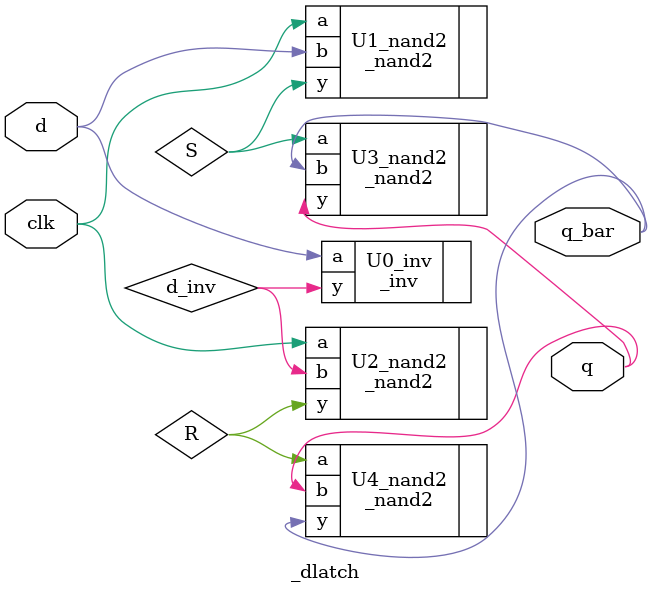
<source format=v>
module _dlatch(clk,d,q,q_bar);
	//set input clk, d and output q, q_bar
	input clk,d;
	output q, q_bar;
	//declare wire R, S, d_inv 
	wire R, S, d_inv;
	//process before sr latch 
	_inv U0_inv(.a(d),.y(d_inv));
	_nand2 U1_nand2(.a(clk),.b(d),.y(S));
	_nand2 U2_nand2(.a(clk),.b(d_inv),.y(R));
	//sr latch process
	_nand2 U3_nand2(.a(S),.b(q_bar),.y(q));
	_nand2 U4_nand2(.a(R),.b(q),.y(q_bar));
	
endmodule

</source>
